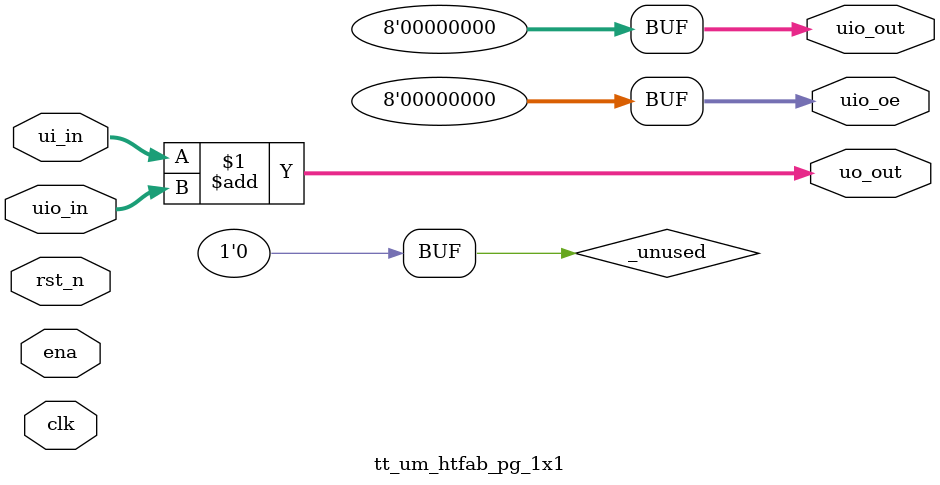
<source format=v>
`default_nettype none

module tt_um_htfab_pg_1x1 (
    input  wire [7:0] ui_in,    // Dedicated inputs
    output wire [7:0] uo_out,   // Dedicated outputs
    input  wire [7:0] uio_in,   // IOs: Input path
    output wire [7:0] uio_out,  // IOs: Output path
    output wire [7:0] uio_oe,   // IOs: Enable path (active high: 0=input, 1=output)
    input  wire       ena,      // always 1 when the design is powered, so you can ignore it
    input  wire       clk,      // clock
    input  wire       rst_n     // reset_n - low to reset
);

  // All output pins must be assigned. If not used, assign to 0.
  assign uo_out  = ui_in + uio_in;  // Example: ou_out is the sum of ui_in and uio_in
  assign uio_out = 0;
  assign uio_oe  = 0;

  // List all unused inputs to prevent warnings
  wire _unused = &{ena, clk, rst_n, 1'b0};

endmodule

</source>
